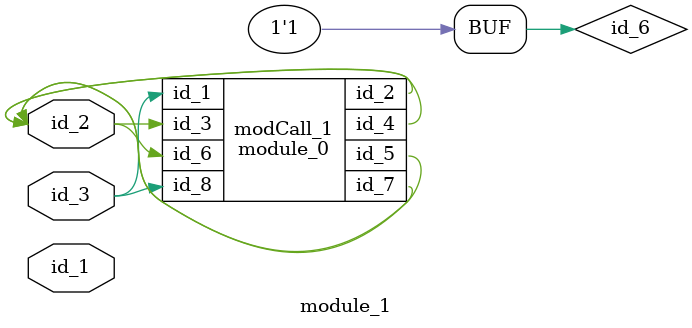
<source format=v>
module module_0 (
    id_1,
    id_2,
    id_3,
    id_4,
    id_5,
    id_6,
    id_7,
    id_8
);
  input wire id_8;
  output wire id_7;
  input wire id_6;
  inout wire id_5;
  output wire id_4;
  input wire id_3;
  inout wire id_2;
  input wire id_1;
endmodule
module module_1 (
    id_1,
    id_2,
    id_3
);
  input wire id_3;
  inout wire id_2;
  inout wire id_1;
  always begin : LABEL_0
    id_1[-1] <= "";
  end
  module_0 modCall_1 (
      id_3,
      id_2,
      id_2,
      id_2,
      id_2,
      id_2,
      id_2,
      id_3
  );
  always $display(1, -1, -1);
  wire id_4;
  wire id_5;
  tri  id_6 = -1;
endmodule

</source>
